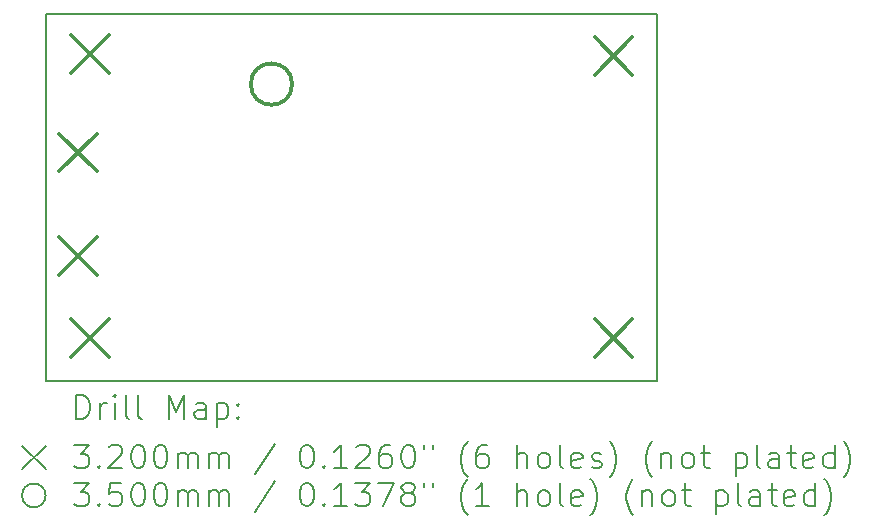
<source format=gbr>
%TF.GenerationSoftware,KiCad,Pcbnew,7.0.9*%
%TF.CreationDate,2023-11-12T11:40:15+01:00*%
%TF.ProjectId,CO2-PwrSupply,434f322d-5077-4725-9375-70706c792e6b,1.1*%
%TF.SameCoordinates,Original*%
%TF.FileFunction,Drillmap*%
%TF.FilePolarity,Positive*%
%FSLAX45Y45*%
G04 Gerber Fmt 4.5, Leading zero omitted, Abs format (unit mm)*
G04 Created by KiCad (PCBNEW 7.0.9) date 2023-11-12 11:40:15*
%MOMM*%
%LPD*%
G01*
G04 APERTURE LIST*
%ADD10C,0.150000*%
%ADD11C,0.200000*%
%ADD12C,0.320000*%
%ADD13C,0.350000*%
G04 APERTURE END LIST*
D10*
X4330700Y-1955800D02*
X9499600Y-1955800D01*
X9499600Y-5067300D01*
X4330700Y-5067300D01*
X4330700Y-1955800D01*
D11*
D12*
X4438900Y-2971500D02*
X4758900Y-3291500D01*
X4758900Y-2971500D02*
X4438900Y-3291500D01*
X4438900Y-3847800D02*
X4758900Y-4167800D01*
X4758900Y-3847800D02*
X4438900Y-4167800D01*
X4539000Y-2138700D02*
X4859000Y-2458700D01*
X4859000Y-2138700D02*
X4539000Y-2458700D01*
X4539000Y-4539000D02*
X4859000Y-4859000D01*
X4859000Y-4539000D02*
X4539000Y-4859000D01*
X8971300Y-2151400D02*
X9291300Y-2471400D01*
X9291300Y-2151400D02*
X8971300Y-2471400D01*
X8971300Y-4539000D02*
X9291300Y-4859000D01*
X9291300Y-4539000D02*
X8971300Y-4859000D01*
D13*
X6410700Y-2552700D02*
G75*
G03*
X6410700Y-2552700I-175000J0D01*
G01*
D11*
X4583977Y-5386284D02*
X4583977Y-5186284D01*
X4583977Y-5186284D02*
X4631596Y-5186284D01*
X4631596Y-5186284D02*
X4660167Y-5195808D01*
X4660167Y-5195808D02*
X4679215Y-5214855D01*
X4679215Y-5214855D02*
X4688739Y-5233903D01*
X4688739Y-5233903D02*
X4698263Y-5271998D01*
X4698263Y-5271998D02*
X4698263Y-5300570D01*
X4698263Y-5300570D02*
X4688739Y-5338665D01*
X4688739Y-5338665D02*
X4679215Y-5357712D01*
X4679215Y-5357712D02*
X4660167Y-5376760D01*
X4660167Y-5376760D02*
X4631596Y-5386284D01*
X4631596Y-5386284D02*
X4583977Y-5386284D01*
X4783977Y-5386284D02*
X4783977Y-5252950D01*
X4783977Y-5291046D02*
X4793501Y-5271998D01*
X4793501Y-5271998D02*
X4803024Y-5262474D01*
X4803024Y-5262474D02*
X4822072Y-5252950D01*
X4822072Y-5252950D02*
X4841120Y-5252950D01*
X4907786Y-5386284D02*
X4907786Y-5252950D01*
X4907786Y-5186284D02*
X4898263Y-5195808D01*
X4898263Y-5195808D02*
X4907786Y-5205331D01*
X4907786Y-5205331D02*
X4917310Y-5195808D01*
X4917310Y-5195808D02*
X4907786Y-5186284D01*
X4907786Y-5186284D02*
X4907786Y-5205331D01*
X5031596Y-5386284D02*
X5012548Y-5376760D01*
X5012548Y-5376760D02*
X5003024Y-5357712D01*
X5003024Y-5357712D02*
X5003024Y-5186284D01*
X5136358Y-5386284D02*
X5117310Y-5376760D01*
X5117310Y-5376760D02*
X5107786Y-5357712D01*
X5107786Y-5357712D02*
X5107786Y-5186284D01*
X5364929Y-5386284D02*
X5364929Y-5186284D01*
X5364929Y-5186284D02*
X5431596Y-5329141D01*
X5431596Y-5329141D02*
X5498263Y-5186284D01*
X5498263Y-5186284D02*
X5498263Y-5386284D01*
X5679215Y-5386284D02*
X5679215Y-5281522D01*
X5679215Y-5281522D02*
X5669691Y-5262474D01*
X5669691Y-5262474D02*
X5650643Y-5252950D01*
X5650643Y-5252950D02*
X5612548Y-5252950D01*
X5612548Y-5252950D02*
X5593501Y-5262474D01*
X5679215Y-5376760D02*
X5660167Y-5386284D01*
X5660167Y-5386284D02*
X5612548Y-5386284D01*
X5612548Y-5386284D02*
X5593501Y-5376760D01*
X5593501Y-5376760D02*
X5583977Y-5357712D01*
X5583977Y-5357712D02*
X5583977Y-5338665D01*
X5583977Y-5338665D02*
X5593501Y-5319617D01*
X5593501Y-5319617D02*
X5612548Y-5310093D01*
X5612548Y-5310093D02*
X5660167Y-5310093D01*
X5660167Y-5310093D02*
X5679215Y-5300570D01*
X5774453Y-5252950D02*
X5774453Y-5452950D01*
X5774453Y-5262474D02*
X5793501Y-5252950D01*
X5793501Y-5252950D02*
X5831596Y-5252950D01*
X5831596Y-5252950D02*
X5850643Y-5262474D01*
X5850643Y-5262474D02*
X5860167Y-5271998D01*
X5860167Y-5271998D02*
X5869691Y-5291046D01*
X5869691Y-5291046D02*
X5869691Y-5348189D01*
X5869691Y-5348189D02*
X5860167Y-5367236D01*
X5860167Y-5367236D02*
X5850643Y-5376760D01*
X5850643Y-5376760D02*
X5831596Y-5386284D01*
X5831596Y-5386284D02*
X5793501Y-5386284D01*
X5793501Y-5386284D02*
X5774453Y-5376760D01*
X5955405Y-5367236D02*
X5964929Y-5376760D01*
X5964929Y-5376760D02*
X5955405Y-5386284D01*
X5955405Y-5386284D02*
X5945882Y-5376760D01*
X5945882Y-5376760D02*
X5955405Y-5367236D01*
X5955405Y-5367236D02*
X5955405Y-5386284D01*
X5955405Y-5262474D02*
X5964929Y-5271998D01*
X5964929Y-5271998D02*
X5955405Y-5281522D01*
X5955405Y-5281522D02*
X5945882Y-5271998D01*
X5945882Y-5271998D02*
X5955405Y-5262474D01*
X5955405Y-5262474D02*
X5955405Y-5281522D01*
X4123200Y-5614800D02*
X4323200Y-5814800D01*
X4323200Y-5614800D02*
X4123200Y-5814800D01*
X4564929Y-5606284D02*
X4688739Y-5606284D01*
X4688739Y-5606284D02*
X4622072Y-5682474D01*
X4622072Y-5682474D02*
X4650644Y-5682474D01*
X4650644Y-5682474D02*
X4669691Y-5691998D01*
X4669691Y-5691998D02*
X4679215Y-5701522D01*
X4679215Y-5701522D02*
X4688739Y-5720569D01*
X4688739Y-5720569D02*
X4688739Y-5768188D01*
X4688739Y-5768188D02*
X4679215Y-5787236D01*
X4679215Y-5787236D02*
X4669691Y-5796760D01*
X4669691Y-5796760D02*
X4650644Y-5806284D01*
X4650644Y-5806284D02*
X4593501Y-5806284D01*
X4593501Y-5806284D02*
X4574453Y-5796760D01*
X4574453Y-5796760D02*
X4564929Y-5787236D01*
X4774453Y-5787236D02*
X4783977Y-5796760D01*
X4783977Y-5796760D02*
X4774453Y-5806284D01*
X4774453Y-5806284D02*
X4764929Y-5796760D01*
X4764929Y-5796760D02*
X4774453Y-5787236D01*
X4774453Y-5787236D02*
X4774453Y-5806284D01*
X4860167Y-5625331D02*
X4869691Y-5615808D01*
X4869691Y-5615808D02*
X4888739Y-5606284D01*
X4888739Y-5606284D02*
X4936358Y-5606284D01*
X4936358Y-5606284D02*
X4955405Y-5615808D01*
X4955405Y-5615808D02*
X4964929Y-5625331D01*
X4964929Y-5625331D02*
X4974453Y-5644379D01*
X4974453Y-5644379D02*
X4974453Y-5663427D01*
X4974453Y-5663427D02*
X4964929Y-5691998D01*
X4964929Y-5691998D02*
X4850644Y-5806284D01*
X4850644Y-5806284D02*
X4974453Y-5806284D01*
X5098263Y-5606284D02*
X5117310Y-5606284D01*
X5117310Y-5606284D02*
X5136358Y-5615808D01*
X5136358Y-5615808D02*
X5145882Y-5625331D01*
X5145882Y-5625331D02*
X5155405Y-5644379D01*
X5155405Y-5644379D02*
X5164929Y-5682474D01*
X5164929Y-5682474D02*
X5164929Y-5730093D01*
X5164929Y-5730093D02*
X5155405Y-5768188D01*
X5155405Y-5768188D02*
X5145882Y-5787236D01*
X5145882Y-5787236D02*
X5136358Y-5796760D01*
X5136358Y-5796760D02*
X5117310Y-5806284D01*
X5117310Y-5806284D02*
X5098263Y-5806284D01*
X5098263Y-5806284D02*
X5079215Y-5796760D01*
X5079215Y-5796760D02*
X5069691Y-5787236D01*
X5069691Y-5787236D02*
X5060167Y-5768188D01*
X5060167Y-5768188D02*
X5050644Y-5730093D01*
X5050644Y-5730093D02*
X5050644Y-5682474D01*
X5050644Y-5682474D02*
X5060167Y-5644379D01*
X5060167Y-5644379D02*
X5069691Y-5625331D01*
X5069691Y-5625331D02*
X5079215Y-5615808D01*
X5079215Y-5615808D02*
X5098263Y-5606284D01*
X5288739Y-5606284D02*
X5307786Y-5606284D01*
X5307786Y-5606284D02*
X5326834Y-5615808D01*
X5326834Y-5615808D02*
X5336358Y-5625331D01*
X5336358Y-5625331D02*
X5345882Y-5644379D01*
X5345882Y-5644379D02*
X5355405Y-5682474D01*
X5355405Y-5682474D02*
X5355405Y-5730093D01*
X5355405Y-5730093D02*
X5345882Y-5768188D01*
X5345882Y-5768188D02*
X5336358Y-5787236D01*
X5336358Y-5787236D02*
X5326834Y-5796760D01*
X5326834Y-5796760D02*
X5307786Y-5806284D01*
X5307786Y-5806284D02*
X5288739Y-5806284D01*
X5288739Y-5806284D02*
X5269691Y-5796760D01*
X5269691Y-5796760D02*
X5260167Y-5787236D01*
X5260167Y-5787236D02*
X5250644Y-5768188D01*
X5250644Y-5768188D02*
X5241120Y-5730093D01*
X5241120Y-5730093D02*
X5241120Y-5682474D01*
X5241120Y-5682474D02*
X5250644Y-5644379D01*
X5250644Y-5644379D02*
X5260167Y-5625331D01*
X5260167Y-5625331D02*
X5269691Y-5615808D01*
X5269691Y-5615808D02*
X5288739Y-5606284D01*
X5441120Y-5806284D02*
X5441120Y-5672950D01*
X5441120Y-5691998D02*
X5450644Y-5682474D01*
X5450644Y-5682474D02*
X5469691Y-5672950D01*
X5469691Y-5672950D02*
X5498263Y-5672950D01*
X5498263Y-5672950D02*
X5517310Y-5682474D01*
X5517310Y-5682474D02*
X5526834Y-5701522D01*
X5526834Y-5701522D02*
X5526834Y-5806284D01*
X5526834Y-5701522D02*
X5536358Y-5682474D01*
X5536358Y-5682474D02*
X5555405Y-5672950D01*
X5555405Y-5672950D02*
X5583977Y-5672950D01*
X5583977Y-5672950D02*
X5603024Y-5682474D01*
X5603024Y-5682474D02*
X5612548Y-5701522D01*
X5612548Y-5701522D02*
X5612548Y-5806284D01*
X5707786Y-5806284D02*
X5707786Y-5672950D01*
X5707786Y-5691998D02*
X5717310Y-5682474D01*
X5717310Y-5682474D02*
X5736358Y-5672950D01*
X5736358Y-5672950D02*
X5764929Y-5672950D01*
X5764929Y-5672950D02*
X5783977Y-5682474D01*
X5783977Y-5682474D02*
X5793501Y-5701522D01*
X5793501Y-5701522D02*
X5793501Y-5806284D01*
X5793501Y-5701522D02*
X5803024Y-5682474D01*
X5803024Y-5682474D02*
X5822072Y-5672950D01*
X5822072Y-5672950D02*
X5850643Y-5672950D01*
X5850643Y-5672950D02*
X5869691Y-5682474D01*
X5869691Y-5682474D02*
X5879215Y-5701522D01*
X5879215Y-5701522D02*
X5879215Y-5806284D01*
X6269691Y-5596760D02*
X6098263Y-5853903D01*
X6526834Y-5606284D02*
X6545882Y-5606284D01*
X6545882Y-5606284D02*
X6564929Y-5615808D01*
X6564929Y-5615808D02*
X6574453Y-5625331D01*
X6574453Y-5625331D02*
X6583977Y-5644379D01*
X6583977Y-5644379D02*
X6593501Y-5682474D01*
X6593501Y-5682474D02*
X6593501Y-5730093D01*
X6593501Y-5730093D02*
X6583977Y-5768188D01*
X6583977Y-5768188D02*
X6574453Y-5787236D01*
X6574453Y-5787236D02*
X6564929Y-5796760D01*
X6564929Y-5796760D02*
X6545882Y-5806284D01*
X6545882Y-5806284D02*
X6526834Y-5806284D01*
X6526834Y-5806284D02*
X6507786Y-5796760D01*
X6507786Y-5796760D02*
X6498263Y-5787236D01*
X6498263Y-5787236D02*
X6488739Y-5768188D01*
X6488739Y-5768188D02*
X6479215Y-5730093D01*
X6479215Y-5730093D02*
X6479215Y-5682474D01*
X6479215Y-5682474D02*
X6488739Y-5644379D01*
X6488739Y-5644379D02*
X6498263Y-5625331D01*
X6498263Y-5625331D02*
X6507786Y-5615808D01*
X6507786Y-5615808D02*
X6526834Y-5606284D01*
X6679215Y-5787236D02*
X6688739Y-5796760D01*
X6688739Y-5796760D02*
X6679215Y-5806284D01*
X6679215Y-5806284D02*
X6669691Y-5796760D01*
X6669691Y-5796760D02*
X6679215Y-5787236D01*
X6679215Y-5787236D02*
X6679215Y-5806284D01*
X6879215Y-5806284D02*
X6764929Y-5806284D01*
X6822072Y-5806284D02*
X6822072Y-5606284D01*
X6822072Y-5606284D02*
X6803025Y-5634855D01*
X6803025Y-5634855D02*
X6783977Y-5653903D01*
X6783977Y-5653903D02*
X6764929Y-5663427D01*
X6955406Y-5625331D02*
X6964929Y-5615808D01*
X6964929Y-5615808D02*
X6983977Y-5606284D01*
X6983977Y-5606284D02*
X7031596Y-5606284D01*
X7031596Y-5606284D02*
X7050644Y-5615808D01*
X7050644Y-5615808D02*
X7060167Y-5625331D01*
X7060167Y-5625331D02*
X7069691Y-5644379D01*
X7069691Y-5644379D02*
X7069691Y-5663427D01*
X7069691Y-5663427D02*
X7060167Y-5691998D01*
X7060167Y-5691998D02*
X6945882Y-5806284D01*
X6945882Y-5806284D02*
X7069691Y-5806284D01*
X7241120Y-5606284D02*
X7203025Y-5606284D01*
X7203025Y-5606284D02*
X7183977Y-5615808D01*
X7183977Y-5615808D02*
X7174453Y-5625331D01*
X7174453Y-5625331D02*
X7155406Y-5653903D01*
X7155406Y-5653903D02*
X7145882Y-5691998D01*
X7145882Y-5691998D02*
X7145882Y-5768188D01*
X7145882Y-5768188D02*
X7155406Y-5787236D01*
X7155406Y-5787236D02*
X7164929Y-5796760D01*
X7164929Y-5796760D02*
X7183977Y-5806284D01*
X7183977Y-5806284D02*
X7222072Y-5806284D01*
X7222072Y-5806284D02*
X7241120Y-5796760D01*
X7241120Y-5796760D02*
X7250644Y-5787236D01*
X7250644Y-5787236D02*
X7260167Y-5768188D01*
X7260167Y-5768188D02*
X7260167Y-5720569D01*
X7260167Y-5720569D02*
X7250644Y-5701522D01*
X7250644Y-5701522D02*
X7241120Y-5691998D01*
X7241120Y-5691998D02*
X7222072Y-5682474D01*
X7222072Y-5682474D02*
X7183977Y-5682474D01*
X7183977Y-5682474D02*
X7164929Y-5691998D01*
X7164929Y-5691998D02*
X7155406Y-5701522D01*
X7155406Y-5701522D02*
X7145882Y-5720569D01*
X7383977Y-5606284D02*
X7403025Y-5606284D01*
X7403025Y-5606284D02*
X7422072Y-5615808D01*
X7422072Y-5615808D02*
X7431596Y-5625331D01*
X7431596Y-5625331D02*
X7441120Y-5644379D01*
X7441120Y-5644379D02*
X7450644Y-5682474D01*
X7450644Y-5682474D02*
X7450644Y-5730093D01*
X7450644Y-5730093D02*
X7441120Y-5768188D01*
X7441120Y-5768188D02*
X7431596Y-5787236D01*
X7431596Y-5787236D02*
X7422072Y-5796760D01*
X7422072Y-5796760D02*
X7403025Y-5806284D01*
X7403025Y-5806284D02*
X7383977Y-5806284D01*
X7383977Y-5806284D02*
X7364929Y-5796760D01*
X7364929Y-5796760D02*
X7355406Y-5787236D01*
X7355406Y-5787236D02*
X7345882Y-5768188D01*
X7345882Y-5768188D02*
X7336358Y-5730093D01*
X7336358Y-5730093D02*
X7336358Y-5682474D01*
X7336358Y-5682474D02*
X7345882Y-5644379D01*
X7345882Y-5644379D02*
X7355406Y-5625331D01*
X7355406Y-5625331D02*
X7364929Y-5615808D01*
X7364929Y-5615808D02*
X7383977Y-5606284D01*
X7526834Y-5606284D02*
X7526834Y-5644379D01*
X7603025Y-5606284D02*
X7603025Y-5644379D01*
X7898263Y-5882474D02*
X7888739Y-5872950D01*
X7888739Y-5872950D02*
X7869691Y-5844379D01*
X7869691Y-5844379D02*
X7860168Y-5825331D01*
X7860168Y-5825331D02*
X7850644Y-5796760D01*
X7850644Y-5796760D02*
X7841120Y-5749141D01*
X7841120Y-5749141D02*
X7841120Y-5711046D01*
X7841120Y-5711046D02*
X7850644Y-5663427D01*
X7850644Y-5663427D02*
X7860168Y-5634855D01*
X7860168Y-5634855D02*
X7869691Y-5615808D01*
X7869691Y-5615808D02*
X7888739Y-5587236D01*
X7888739Y-5587236D02*
X7898263Y-5577712D01*
X8060168Y-5606284D02*
X8022072Y-5606284D01*
X8022072Y-5606284D02*
X8003025Y-5615808D01*
X8003025Y-5615808D02*
X7993501Y-5625331D01*
X7993501Y-5625331D02*
X7974453Y-5653903D01*
X7974453Y-5653903D02*
X7964929Y-5691998D01*
X7964929Y-5691998D02*
X7964929Y-5768188D01*
X7964929Y-5768188D02*
X7974453Y-5787236D01*
X7974453Y-5787236D02*
X7983977Y-5796760D01*
X7983977Y-5796760D02*
X8003025Y-5806284D01*
X8003025Y-5806284D02*
X8041120Y-5806284D01*
X8041120Y-5806284D02*
X8060168Y-5796760D01*
X8060168Y-5796760D02*
X8069691Y-5787236D01*
X8069691Y-5787236D02*
X8079215Y-5768188D01*
X8079215Y-5768188D02*
X8079215Y-5720569D01*
X8079215Y-5720569D02*
X8069691Y-5701522D01*
X8069691Y-5701522D02*
X8060168Y-5691998D01*
X8060168Y-5691998D02*
X8041120Y-5682474D01*
X8041120Y-5682474D02*
X8003025Y-5682474D01*
X8003025Y-5682474D02*
X7983977Y-5691998D01*
X7983977Y-5691998D02*
X7974453Y-5701522D01*
X7974453Y-5701522D02*
X7964929Y-5720569D01*
X8317310Y-5806284D02*
X8317310Y-5606284D01*
X8403025Y-5806284D02*
X8403025Y-5701522D01*
X8403025Y-5701522D02*
X8393501Y-5682474D01*
X8393501Y-5682474D02*
X8374453Y-5672950D01*
X8374453Y-5672950D02*
X8345882Y-5672950D01*
X8345882Y-5672950D02*
X8326834Y-5682474D01*
X8326834Y-5682474D02*
X8317310Y-5691998D01*
X8526834Y-5806284D02*
X8507787Y-5796760D01*
X8507787Y-5796760D02*
X8498263Y-5787236D01*
X8498263Y-5787236D02*
X8488739Y-5768188D01*
X8488739Y-5768188D02*
X8488739Y-5711046D01*
X8488739Y-5711046D02*
X8498263Y-5691998D01*
X8498263Y-5691998D02*
X8507787Y-5682474D01*
X8507787Y-5682474D02*
X8526834Y-5672950D01*
X8526834Y-5672950D02*
X8555406Y-5672950D01*
X8555406Y-5672950D02*
X8574453Y-5682474D01*
X8574453Y-5682474D02*
X8583977Y-5691998D01*
X8583977Y-5691998D02*
X8593501Y-5711046D01*
X8593501Y-5711046D02*
X8593501Y-5768188D01*
X8593501Y-5768188D02*
X8583977Y-5787236D01*
X8583977Y-5787236D02*
X8574453Y-5796760D01*
X8574453Y-5796760D02*
X8555406Y-5806284D01*
X8555406Y-5806284D02*
X8526834Y-5806284D01*
X8707787Y-5806284D02*
X8688739Y-5796760D01*
X8688739Y-5796760D02*
X8679215Y-5777712D01*
X8679215Y-5777712D02*
X8679215Y-5606284D01*
X8860168Y-5796760D02*
X8841120Y-5806284D01*
X8841120Y-5806284D02*
X8803025Y-5806284D01*
X8803025Y-5806284D02*
X8783977Y-5796760D01*
X8783977Y-5796760D02*
X8774453Y-5777712D01*
X8774453Y-5777712D02*
X8774453Y-5701522D01*
X8774453Y-5701522D02*
X8783977Y-5682474D01*
X8783977Y-5682474D02*
X8803025Y-5672950D01*
X8803025Y-5672950D02*
X8841120Y-5672950D01*
X8841120Y-5672950D02*
X8860168Y-5682474D01*
X8860168Y-5682474D02*
X8869692Y-5701522D01*
X8869692Y-5701522D02*
X8869692Y-5720569D01*
X8869692Y-5720569D02*
X8774453Y-5739617D01*
X8945882Y-5796760D02*
X8964930Y-5806284D01*
X8964930Y-5806284D02*
X9003025Y-5806284D01*
X9003025Y-5806284D02*
X9022073Y-5796760D01*
X9022073Y-5796760D02*
X9031596Y-5777712D01*
X9031596Y-5777712D02*
X9031596Y-5768188D01*
X9031596Y-5768188D02*
X9022073Y-5749141D01*
X9022073Y-5749141D02*
X9003025Y-5739617D01*
X9003025Y-5739617D02*
X8974453Y-5739617D01*
X8974453Y-5739617D02*
X8955406Y-5730093D01*
X8955406Y-5730093D02*
X8945882Y-5711046D01*
X8945882Y-5711046D02*
X8945882Y-5701522D01*
X8945882Y-5701522D02*
X8955406Y-5682474D01*
X8955406Y-5682474D02*
X8974453Y-5672950D01*
X8974453Y-5672950D02*
X9003025Y-5672950D01*
X9003025Y-5672950D02*
X9022073Y-5682474D01*
X9098263Y-5882474D02*
X9107787Y-5872950D01*
X9107787Y-5872950D02*
X9126834Y-5844379D01*
X9126834Y-5844379D02*
X9136358Y-5825331D01*
X9136358Y-5825331D02*
X9145882Y-5796760D01*
X9145882Y-5796760D02*
X9155406Y-5749141D01*
X9155406Y-5749141D02*
X9155406Y-5711046D01*
X9155406Y-5711046D02*
X9145882Y-5663427D01*
X9145882Y-5663427D02*
X9136358Y-5634855D01*
X9136358Y-5634855D02*
X9126834Y-5615808D01*
X9126834Y-5615808D02*
X9107787Y-5587236D01*
X9107787Y-5587236D02*
X9098263Y-5577712D01*
X9460168Y-5882474D02*
X9450644Y-5872950D01*
X9450644Y-5872950D02*
X9431596Y-5844379D01*
X9431596Y-5844379D02*
X9422073Y-5825331D01*
X9422073Y-5825331D02*
X9412549Y-5796760D01*
X9412549Y-5796760D02*
X9403025Y-5749141D01*
X9403025Y-5749141D02*
X9403025Y-5711046D01*
X9403025Y-5711046D02*
X9412549Y-5663427D01*
X9412549Y-5663427D02*
X9422073Y-5634855D01*
X9422073Y-5634855D02*
X9431596Y-5615808D01*
X9431596Y-5615808D02*
X9450644Y-5587236D01*
X9450644Y-5587236D02*
X9460168Y-5577712D01*
X9536358Y-5672950D02*
X9536358Y-5806284D01*
X9536358Y-5691998D02*
X9545882Y-5682474D01*
X9545882Y-5682474D02*
X9564930Y-5672950D01*
X9564930Y-5672950D02*
X9593501Y-5672950D01*
X9593501Y-5672950D02*
X9612549Y-5682474D01*
X9612549Y-5682474D02*
X9622073Y-5701522D01*
X9622073Y-5701522D02*
X9622073Y-5806284D01*
X9745882Y-5806284D02*
X9726834Y-5796760D01*
X9726834Y-5796760D02*
X9717311Y-5787236D01*
X9717311Y-5787236D02*
X9707787Y-5768188D01*
X9707787Y-5768188D02*
X9707787Y-5711046D01*
X9707787Y-5711046D02*
X9717311Y-5691998D01*
X9717311Y-5691998D02*
X9726834Y-5682474D01*
X9726834Y-5682474D02*
X9745882Y-5672950D01*
X9745882Y-5672950D02*
X9774454Y-5672950D01*
X9774454Y-5672950D02*
X9793501Y-5682474D01*
X9793501Y-5682474D02*
X9803025Y-5691998D01*
X9803025Y-5691998D02*
X9812549Y-5711046D01*
X9812549Y-5711046D02*
X9812549Y-5768188D01*
X9812549Y-5768188D02*
X9803025Y-5787236D01*
X9803025Y-5787236D02*
X9793501Y-5796760D01*
X9793501Y-5796760D02*
X9774454Y-5806284D01*
X9774454Y-5806284D02*
X9745882Y-5806284D01*
X9869692Y-5672950D02*
X9945882Y-5672950D01*
X9898263Y-5606284D02*
X9898263Y-5777712D01*
X9898263Y-5777712D02*
X9907787Y-5796760D01*
X9907787Y-5796760D02*
X9926834Y-5806284D01*
X9926834Y-5806284D02*
X9945882Y-5806284D01*
X10164930Y-5672950D02*
X10164930Y-5872950D01*
X10164930Y-5682474D02*
X10183977Y-5672950D01*
X10183977Y-5672950D02*
X10222073Y-5672950D01*
X10222073Y-5672950D02*
X10241120Y-5682474D01*
X10241120Y-5682474D02*
X10250644Y-5691998D01*
X10250644Y-5691998D02*
X10260168Y-5711046D01*
X10260168Y-5711046D02*
X10260168Y-5768188D01*
X10260168Y-5768188D02*
X10250644Y-5787236D01*
X10250644Y-5787236D02*
X10241120Y-5796760D01*
X10241120Y-5796760D02*
X10222073Y-5806284D01*
X10222073Y-5806284D02*
X10183977Y-5806284D01*
X10183977Y-5806284D02*
X10164930Y-5796760D01*
X10374454Y-5806284D02*
X10355406Y-5796760D01*
X10355406Y-5796760D02*
X10345882Y-5777712D01*
X10345882Y-5777712D02*
X10345882Y-5606284D01*
X10536358Y-5806284D02*
X10536358Y-5701522D01*
X10536358Y-5701522D02*
X10526835Y-5682474D01*
X10526835Y-5682474D02*
X10507787Y-5672950D01*
X10507787Y-5672950D02*
X10469692Y-5672950D01*
X10469692Y-5672950D02*
X10450644Y-5682474D01*
X10536358Y-5796760D02*
X10517311Y-5806284D01*
X10517311Y-5806284D02*
X10469692Y-5806284D01*
X10469692Y-5806284D02*
X10450644Y-5796760D01*
X10450644Y-5796760D02*
X10441120Y-5777712D01*
X10441120Y-5777712D02*
X10441120Y-5758665D01*
X10441120Y-5758665D02*
X10450644Y-5739617D01*
X10450644Y-5739617D02*
X10469692Y-5730093D01*
X10469692Y-5730093D02*
X10517311Y-5730093D01*
X10517311Y-5730093D02*
X10536358Y-5720569D01*
X10603025Y-5672950D02*
X10679215Y-5672950D01*
X10631596Y-5606284D02*
X10631596Y-5777712D01*
X10631596Y-5777712D02*
X10641120Y-5796760D01*
X10641120Y-5796760D02*
X10660168Y-5806284D01*
X10660168Y-5806284D02*
X10679215Y-5806284D01*
X10822073Y-5796760D02*
X10803025Y-5806284D01*
X10803025Y-5806284D02*
X10764930Y-5806284D01*
X10764930Y-5806284D02*
X10745882Y-5796760D01*
X10745882Y-5796760D02*
X10736358Y-5777712D01*
X10736358Y-5777712D02*
X10736358Y-5701522D01*
X10736358Y-5701522D02*
X10745882Y-5682474D01*
X10745882Y-5682474D02*
X10764930Y-5672950D01*
X10764930Y-5672950D02*
X10803025Y-5672950D01*
X10803025Y-5672950D02*
X10822073Y-5682474D01*
X10822073Y-5682474D02*
X10831596Y-5701522D01*
X10831596Y-5701522D02*
X10831596Y-5720569D01*
X10831596Y-5720569D02*
X10736358Y-5739617D01*
X11003025Y-5806284D02*
X11003025Y-5606284D01*
X11003025Y-5796760D02*
X10983977Y-5806284D01*
X10983977Y-5806284D02*
X10945882Y-5806284D01*
X10945882Y-5806284D02*
X10926835Y-5796760D01*
X10926835Y-5796760D02*
X10917311Y-5787236D01*
X10917311Y-5787236D02*
X10907787Y-5768188D01*
X10907787Y-5768188D02*
X10907787Y-5711046D01*
X10907787Y-5711046D02*
X10917311Y-5691998D01*
X10917311Y-5691998D02*
X10926835Y-5682474D01*
X10926835Y-5682474D02*
X10945882Y-5672950D01*
X10945882Y-5672950D02*
X10983977Y-5672950D01*
X10983977Y-5672950D02*
X11003025Y-5682474D01*
X11079216Y-5882474D02*
X11088739Y-5872950D01*
X11088739Y-5872950D02*
X11107787Y-5844379D01*
X11107787Y-5844379D02*
X11117311Y-5825331D01*
X11117311Y-5825331D02*
X11126835Y-5796760D01*
X11126835Y-5796760D02*
X11136358Y-5749141D01*
X11136358Y-5749141D02*
X11136358Y-5711046D01*
X11136358Y-5711046D02*
X11126835Y-5663427D01*
X11126835Y-5663427D02*
X11117311Y-5634855D01*
X11117311Y-5634855D02*
X11107787Y-5615808D01*
X11107787Y-5615808D02*
X11088739Y-5587236D01*
X11088739Y-5587236D02*
X11079216Y-5577712D01*
X4323200Y-6034800D02*
G75*
G03*
X4323200Y-6034800I-100000J0D01*
G01*
X4564929Y-5926284D02*
X4688739Y-5926284D01*
X4688739Y-5926284D02*
X4622072Y-6002474D01*
X4622072Y-6002474D02*
X4650644Y-6002474D01*
X4650644Y-6002474D02*
X4669691Y-6011998D01*
X4669691Y-6011998D02*
X4679215Y-6021522D01*
X4679215Y-6021522D02*
X4688739Y-6040569D01*
X4688739Y-6040569D02*
X4688739Y-6088188D01*
X4688739Y-6088188D02*
X4679215Y-6107236D01*
X4679215Y-6107236D02*
X4669691Y-6116760D01*
X4669691Y-6116760D02*
X4650644Y-6126284D01*
X4650644Y-6126284D02*
X4593501Y-6126284D01*
X4593501Y-6126284D02*
X4574453Y-6116760D01*
X4574453Y-6116760D02*
X4564929Y-6107236D01*
X4774453Y-6107236D02*
X4783977Y-6116760D01*
X4783977Y-6116760D02*
X4774453Y-6126284D01*
X4774453Y-6126284D02*
X4764929Y-6116760D01*
X4764929Y-6116760D02*
X4774453Y-6107236D01*
X4774453Y-6107236D02*
X4774453Y-6126284D01*
X4964929Y-5926284D02*
X4869691Y-5926284D01*
X4869691Y-5926284D02*
X4860167Y-6021522D01*
X4860167Y-6021522D02*
X4869691Y-6011998D01*
X4869691Y-6011998D02*
X4888739Y-6002474D01*
X4888739Y-6002474D02*
X4936358Y-6002474D01*
X4936358Y-6002474D02*
X4955405Y-6011998D01*
X4955405Y-6011998D02*
X4964929Y-6021522D01*
X4964929Y-6021522D02*
X4974453Y-6040569D01*
X4974453Y-6040569D02*
X4974453Y-6088188D01*
X4974453Y-6088188D02*
X4964929Y-6107236D01*
X4964929Y-6107236D02*
X4955405Y-6116760D01*
X4955405Y-6116760D02*
X4936358Y-6126284D01*
X4936358Y-6126284D02*
X4888739Y-6126284D01*
X4888739Y-6126284D02*
X4869691Y-6116760D01*
X4869691Y-6116760D02*
X4860167Y-6107236D01*
X5098263Y-5926284D02*
X5117310Y-5926284D01*
X5117310Y-5926284D02*
X5136358Y-5935808D01*
X5136358Y-5935808D02*
X5145882Y-5945331D01*
X5145882Y-5945331D02*
X5155405Y-5964379D01*
X5155405Y-5964379D02*
X5164929Y-6002474D01*
X5164929Y-6002474D02*
X5164929Y-6050093D01*
X5164929Y-6050093D02*
X5155405Y-6088188D01*
X5155405Y-6088188D02*
X5145882Y-6107236D01*
X5145882Y-6107236D02*
X5136358Y-6116760D01*
X5136358Y-6116760D02*
X5117310Y-6126284D01*
X5117310Y-6126284D02*
X5098263Y-6126284D01*
X5098263Y-6126284D02*
X5079215Y-6116760D01*
X5079215Y-6116760D02*
X5069691Y-6107236D01*
X5069691Y-6107236D02*
X5060167Y-6088188D01*
X5060167Y-6088188D02*
X5050644Y-6050093D01*
X5050644Y-6050093D02*
X5050644Y-6002474D01*
X5050644Y-6002474D02*
X5060167Y-5964379D01*
X5060167Y-5964379D02*
X5069691Y-5945331D01*
X5069691Y-5945331D02*
X5079215Y-5935808D01*
X5079215Y-5935808D02*
X5098263Y-5926284D01*
X5288739Y-5926284D02*
X5307786Y-5926284D01*
X5307786Y-5926284D02*
X5326834Y-5935808D01*
X5326834Y-5935808D02*
X5336358Y-5945331D01*
X5336358Y-5945331D02*
X5345882Y-5964379D01*
X5345882Y-5964379D02*
X5355405Y-6002474D01*
X5355405Y-6002474D02*
X5355405Y-6050093D01*
X5355405Y-6050093D02*
X5345882Y-6088188D01*
X5345882Y-6088188D02*
X5336358Y-6107236D01*
X5336358Y-6107236D02*
X5326834Y-6116760D01*
X5326834Y-6116760D02*
X5307786Y-6126284D01*
X5307786Y-6126284D02*
X5288739Y-6126284D01*
X5288739Y-6126284D02*
X5269691Y-6116760D01*
X5269691Y-6116760D02*
X5260167Y-6107236D01*
X5260167Y-6107236D02*
X5250644Y-6088188D01*
X5250644Y-6088188D02*
X5241120Y-6050093D01*
X5241120Y-6050093D02*
X5241120Y-6002474D01*
X5241120Y-6002474D02*
X5250644Y-5964379D01*
X5250644Y-5964379D02*
X5260167Y-5945331D01*
X5260167Y-5945331D02*
X5269691Y-5935808D01*
X5269691Y-5935808D02*
X5288739Y-5926284D01*
X5441120Y-6126284D02*
X5441120Y-5992950D01*
X5441120Y-6011998D02*
X5450644Y-6002474D01*
X5450644Y-6002474D02*
X5469691Y-5992950D01*
X5469691Y-5992950D02*
X5498263Y-5992950D01*
X5498263Y-5992950D02*
X5517310Y-6002474D01*
X5517310Y-6002474D02*
X5526834Y-6021522D01*
X5526834Y-6021522D02*
X5526834Y-6126284D01*
X5526834Y-6021522D02*
X5536358Y-6002474D01*
X5536358Y-6002474D02*
X5555405Y-5992950D01*
X5555405Y-5992950D02*
X5583977Y-5992950D01*
X5583977Y-5992950D02*
X5603024Y-6002474D01*
X5603024Y-6002474D02*
X5612548Y-6021522D01*
X5612548Y-6021522D02*
X5612548Y-6126284D01*
X5707786Y-6126284D02*
X5707786Y-5992950D01*
X5707786Y-6011998D02*
X5717310Y-6002474D01*
X5717310Y-6002474D02*
X5736358Y-5992950D01*
X5736358Y-5992950D02*
X5764929Y-5992950D01*
X5764929Y-5992950D02*
X5783977Y-6002474D01*
X5783977Y-6002474D02*
X5793501Y-6021522D01*
X5793501Y-6021522D02*
X5793501Y-6126284D01*
X5793501Y-6021522D02*
X5803024Y-6002474D01*
X5803024Y-6002474D02*
X5822072Y-5992950D01*
X5822072Y-5992950D02*
X5850643Y-5992950D01*
X5850643Y-5992950D02*
X5869691Y-6002474D01*
X5869691Y-6002474D02*
X5879215Y-6021522D01*
X5879215Y-6021522D02*
X5879215Y-6126284D01*
X6269691Y-5916760D02*
X6098263Y-6173903D01*
X6526834Y-5926284D02*
X6545882Y-5926284D01*
X6545882Y-5926284D02*
X6564929Y-5935808D01*
X6564929Y-5935808D02*
X6574453Y-5945331D01*
X6574453Y-5945331D02*
X6583977Y-5964379D01*
X6583977Y-5964379D02*
X6593501Y-6002474D01*
X6593501Y-6002474D02*
X6593501Y-6050093D01*
X6593501Y-6050093D02*
X6583977Y-6088188D01*
X6583977Y-6088188D02*
X6574453Y-6107236D01*
X6574453Y-6107236D02*
X6564929Y-6116760D01*
X6564929Y-6116760D02*
X6545882Y-6126284D01*
X6545882Y-6126284D02*
X6526834Y-6126284D01*
X6526834Y-6126284D02*
X6507786Y-6116760D01*
X6507786Y-6116760D02*
X6498263Y-6107236D01*
X6498263Y-6107236D02*
X6488739Y-6088188D01*
X6488739Y-6088188D02*
X6479215Y-6050093D01*
X6479215Y-6050093D02*
X6479215Y-6002474D01*
X6479215Y-6002474D02*
X6488739Y-5964379D01*
X6488739Y-5964379D02*
X6498263Y-5945331D01*
X6498263Y-5945331D02*
X6507786Y-5935808D01*
X6507786Y-5935808D02*
X6526834Y-5926284D01*
X6679215Y-6107236D02*
X6688739Y-6116760D01*
X6688739Y-6116760D02*
X6679215Y-6126284D01*
X6679215Y-6126284D02*
X6669691Y-6116760D01*
X6669691Y-6116760D02*
X6679215Y-6107236D01*
X6679215Y-6107236D02*
X6679215Y-6126284D01*
X6879215Y-6126284D02*
X6764929Y-6126284D01*
X6822072Y-6126284D02*
X6822072Y-5926284D01*
X6822072Y-5926284D02*
X6803025Y-5954855D01*
X6803025Y-5954855D02*
X6783977Y-5973903D01*
X6783977Y-5973903D02*
X6764929Y-5983427D01*
X6945882Y-5926284D02*
X7069691Y-5926284D01*
X7069691Y-5926284D02*
X7003025Y-6002474D01*
X7003025Y-6002474D02*
X7031596Y-6002474D01*
X7031596Y-6002474D02*
X7050644Y-6011998D01*
X7050644Y-6011998D02*
X7060167Y-6021522D01*
X7060167Y-6021522D02*
X7069691Y-6040569D01*
X7069691Y-6040569D02*
X7069691Y-6088188D01*
X7069691Y-6088188D02*
X7060167Y-6107236D01*
X7060167Y-6107236D02*
X7050644Y-6116760D01*
X7050644Y-6116760D02*
X7031596Y-6126284D01*
X7031596Y-6126284D02*
X6974453Y-6126284D01*
X6974453Y-6126284D02*
X6955406Y-6116760D01*
X6955406Y-6116760D02*
X6945882Y-6107236D01*
X7136358Y-5926284D02*
X7269691Y-5926284D01*
X7269691Y-5926284D02*
X7183977Y-6126284D01*
X7374453Y-6011998D02*
X7355406Y-6002474D01*
X7355406Y-6002474D02*
X7345882Y-5992950D01*
X7345882Y-5992950D02*
X7336358Y-5973903D01*
X7336358Y-5973903D02*
X7336358Y-5964379D01*
X7336358Y-5964379D02*
X7345882Y-5945331D01*
X7345882Y-5945331D02*
X7355406Y-5935808D01*
X7355406Y-5935808D02*
X7374453Y-5926284D01*
X7374453Y-5926284D02*
X7412548Y-5926284D01*
X7412548Y-5926284D02*
X7431596Y-5935808D01*
X7431596Y-5935808D02*
X7441120Y-5945331D01*
X7441120Y-5945331D02*
X7450644Y-5964379D01*
X7450644Y-5964379D02*
X7450644Y-5973903D01*
X7450644Y-5973903D02*
X7441120Y-5992950D01*
X7441120Y-5992950D02*
X7431596Y-6002474D01*
X7431596Y-6002474D02*
X7412548Y-6011998D01*
X7412548Y-6011998D02*
X7374453Y-6011998D01*
X7374453Y-6011998D02*
X7355406Y-6021522D01*
X7355406Y-6021522D02*
X7345882Y-6031046D01*
X7345882Y-6031046D02*
X7336358Y-6050093D01*
X7336358Y-6050093D02*
X7336358Y-6088188D01*
X7336358Y-6088188D02*
X7345882Y-6107236D01*
X7345882Y-6107236D02*
X7355406Y-6116760D01*
X7355406Y-6116760D02*
X7374453Y-6126284D01*
X7374453Y-6126284D02*
X7412548Y-6126284D01*
X7412548Y-6126284D02*
X7431596Y-6116760D01*
X7431596Y-6116760D02*
X7441120Y-6107236D01*
X7441120Y-6107236D02*
X7450644Y-6088188D01*
X7450644Y-6088188D02*
X7450644Y-6050093D01*
X7450644Y-6050093D02*
X7441120Y-6031046D01*
X7441120Y-6031046D02*
X7431596Y-6021522D01*
X7431596Y-6021522D02*
X7412548Y-6011998D01*
X7526834Y-5926284D02*
X7526834Y-5964379D01*
X7603025Y-5926284D02*
X7603025Y-5964379D01*
X7898263Y-6202474D02*
X7888739Y-6192950D01*
X7888739Y-6192950D02*
X7869691Y-6164379D01*
X7869691Y-6164379D02*
X7860168Y-6145331D01*
X7860168Y-6145331D02*
X7850644Y-6116760D01*
X7850644Y-6116760D02*
X7841120Y-6069141D01*
X7841120Y-6069141D02*
X7841120Y-6031046D01*
X7841120Y-6031046D02*
X7850644Y-5983427D01*
X7850644Y-5983427D02*
X7860168Y-5954855D01*
X7860168Y-5954855D02*
X7869691Y-5935808D01*
X7869691Y-5935808D02*
X7888739Y-5907236D01*
X7888739Y-5907236D02*
X7898263Y-5897712D01*
X8079215Y-6126284D02*
X7964929Y-6126284D01*
X8022072Y-6126284D02*
X8022072Y-5926284D01*
X8022072Y-5926284D02*
X8003025Y-5954855D01*
X8003025Y-5954855D02*
X7983977Y-5973903D01*
X7983977Y-5973903D02*
X7964929Y-5983427D01*
X8317310Y-6126284D02*
X8317310Y-5926284D01*
X8403025Y-6126284D02*
X8403025Y-6021522D01*
X8403025Y-6021522D02*
X8393501Y-6002474D01*
X8393501Y-6002474D02*
X8374453Y-5992950D01*
X8374453Y-5992950D02*
X8345882Y-5992950D01*
X8345882Y-5992950D02*
X8326834Y-6002474D01*
X8326834Y-6002474D02*
X8317310Y-6011998D01*
X8526834Y-6126284D02*
X8507787Y-6116760D01*
X8507787Y-6116760D02*
X8498263Y-6107236D01*
X8498263Y-6107236D02*
X8488739Y-6088188D01*
X8488739Y-6088188D02*
X8488739Y-6031046D01*
X8488739Y-6031046D02*
X8498263Y-6011998D01*
X8498263Y-6011998D02*
X8507787Y-6002474D01*
X8507787Y-6002474D02*
X8526834Y-5992950D01*
X8526834Y-5992950D02*
X8555406Y-5992950D01*
X8555406Y-5992950D02*
X8574453Y-6002474D01*
X8574453Y-6002474D02*
X8583977Y-6011998D01*
X8583977Y-6011998D02*
X8593501Y-6031046D01*
X8593501Y-6031046D02*
X8593501Y-6088188D01*
X8593501Y-6088188D02*
X8583977Y-6107236D01*
X8583977Y-6107236D02*
X8574453Y-6116760D01*
X8574453Y-6116760D02*
X8555406Y-6126284D01*
X8555406Y-6126284D02*
X8526834Y-6126284D01*
X8707787Y-6126284D02*
X8688739Y-6116760D01*
X8688739Y-6116760D02*
X8679215Y-6097712D01*
X8679215Y-6097712D02*
X8679215Y-5926284D01*
X8860168Y-6116760D02*
X8841120Y-6126284D01*
X8841120Y-6126284D02*
X8803025Y-6126284D01*
X8803025Y-6126284D02*
X8783977Y-6116760D01*
X8783977Y-6116760D02*
X8774453Y-6097712D01*
X8774453Y-6097712D02*
X8774453Y-6021522D01*
X8774453Y-6021522D02*
X8783977Y-6002474D01*
X8783977Y-6002474D02*
X8803025Y-5992950D01*
X8803025Y-5992950D02*
X8841120Y-5992950D01*
X8841120Y-5992950D02*
X8860168Y-6002474D01*
X8860168Y-6002474D02*
X8869692Y-6021522D01*
X8869692Y-6021522D02*
X8869692Y-6040569D01*
X8869692Y-6040569D02*
X8774453Y-6059617D01*
X8936358Y-6202474D02*
X8945882Y-6192950D01*
X8945882Y-6192950D02*
X8964930Y-6164379D01*
X8964930Y-6164379D02*
X8974453Y-6145331D01*
X8974453Y-6145331D02*
X8983977Y-6116760D01*
X8983977Y-6116760D02*
X8993501Y-6069141D01*
X8993501Y-6069141D02*
X8993501Y-6031046D01*
X8993501Y-6031046D02*
X8983977Y-5983427D01*
X8983977Y-5983427D02*
X8974453Y-5954855D01*
X8974453Y-5954855D02*
X8964930Y-5935808D01*
X8964930Y-5935808D02*
X8945882Y-5907236D01*
X8945882Y-5907236D02*
X8936358Y-5897712D01*
X9298263Y-6202474D02*
X9288739Y-6192950D01*
X9288739Y-6192950D02*
X9269692Y-6164379D01*
X9269692Y-6164379D02*
X9260168Y-6145331D01*
X9260168Y-6145331D02*
X9250644Y-6116760D01*
X9250644Y-6116760D02*
X9241120Y-6069141D01*
X9241120Y-6069141D02*
X9241120Y-6031046D01*
X9241120Y-6031046D02*
X9250644Y-5983427D01*
X9250644Y-5983427D02*
X9260168Y-5954855D01*
X9260168Y-5954855D02*
X9269692Y-5935808D01*
X9269692Y-5935808D02*
X9288739Y-5907236D01*
X9288739Y-5907236D02*
X9298263Y-5897712D01*
X9374453Y-5992950D02*
X9374453Y-6126284D01*
X9374453Y-6011998D02*
X9383977Y-6002474D01*
X9383977Y-6002474D02*
X9403025Y-5992950D01*
X9403025Y-5992950D02*
X9431596Y-5992950D01*
X9431596Y-5992950D02*
X9450644Y-6002474D01*
X9450644Y-6002474D02*
X9460168Y-6021522D01*
X9460168Y-6021522D02*
X9460168Y-6126284D01*
X9583977Y-6126284D02*
X9564930Y-6116760D01*
X9564930Y-6116760D02*
X9555406Y-6107236D01*
X9555406Y-6107236D02*
X9545882Y-6088188D01*
X9545882Y-6088188D02*
X9545882Y-6031046D01*
X9545882Y-6031046D02*
X9555406Y-6011998D01*
X9555406Y-6011998D02*
X9564930Y-6002474D01*
X9564930Y-6002474D02*
X9583977Y-5992950D01*
X9583977Y-5992950D02*
X9612549Y-5992950D01*
X9612549Y-5992950D02*
X9631596Y-6002474D01*
X9631596Y-6002474D02*
X9641120Y-6011998D01*
X9641120Y-6011998D02*
X9650644Y-6031046D01*
X9650644Y-6031046D02*
X9650644Y-6088188D01*
X9650644Y-6088188D02*
X9641120Y-6107236D01*
X9641120Y-6107236D02*
X9631596Y-6116760D01*
X9631596Y-6116760D02*
X9612549Y-6126284D01*
X9612549Y-6126284D02*
X9583977Y-6126284D01*
X9707787Y-5992950D02*
X9783977Y-5992950D01*
X9736358Y-5926284D02*
X9736358Y-6097712D01*
X9736358Y-6097712D02*
X9745882Y-6116760D01*
X9745882Y-6116760D02*
X9764930Y-6126284D01*
X9764930Y-6126284D02*
X9783977Y-6126284D01*
X10003025Y-5992950D02*
X10003025Y-6192950D01*
X10003025Y-6002474D02*
X10022073Y-5992950D01*
X10022073Y-5992950D02*
X10060168Y-5992950D01*
X10060168Y-5992950D02*
X10079215Y-6002474D01*
X10079215Y-6002474D02*
X10088739Y-6011998D01*
X10088739Y-6011998D02*
X10098263Y-6031046D01*
X10098263Y-6031046D02*
X10098263Y-6088188D01*
X10098263Y-6088188D02*
X10088739Y-6107236D01*
X10088739Y-6107236D02*
X10079215Y-6116760D01*
X10079215Y-6116760D02*
X10060168Y-6126284D01*
X10060168Y-6126284D02*
X10022073Y-6126284D01*
X10022073Y-6126284D02*
X10003025Y-6116760D01*
X10212549Y-6126284D02*
X10193501Y-6116760D01*
X10193501Y-6116760D02*
X10183977Y-6097712D01*
X10183977Y-6097712D02*
X10183977Y-5926284D01*
X10374454Y-6126284D02*
X10374454Y-6021522D01*
X10374454Y-6021522D02*
X10364930Y-6002474D01*
X10364930Y-6002474D02*
X10345882Y-5992950D01*
X10345882Y-5992950D02*
X10307787Y-5992950D01*
X10307787Y-5992950D02*
X10288739Y-6002474D01*
X10374454Y-6116760D02*
X10355406Y-6126284D01*
X10355406Y-6126284D02*
X10307787Y-6126284D01*
X10307787Y-6126284D02*
X10288739Y-6116760D01*
X10288739Y-6116760D02*
X10279215Y-6097712D01*
X10279215Y-6097712D02*
X10279215Y-6078665D01*
X10279215Y-6078665D02*
X10288739Y-6059617D01*
X10288739Y-6059617D02*
X10307787Y-6050093D01*
X10307787Y-6050093D02*
X10355406Y-6050093D01*
X10355406Y-6050093D02*
X10374454Y-6040569D01*
X10441120Y-5992950D02*
X10517311Y-5992950D01*
X10469692Y-5926284D02*
X10469692Y-6097712D01*
X10469692Y-6097712D02*
X10479215Y-6116760D01*
X10479215Y-6116760D02*
X10498263Y-6126284D01*
X10498263Y-6126284D02*
X10517311Y-6126284D01*
X10660168Y-6116760D02*
X10641120Y-6126284D01*
X10641120Y-6126284D02*
X10603025Y-6126284D01*
X10603025Y-6126284D02*
X10583977Y-6116760D01*
X10583977Y-6116760D02*
X10574454Y-6097712D01*
X10574454Y-6097712D02*
X10574454Y-6021522D01*
X10574454Y-6021522D02*
X10583977Y-6002474D01*
X10583977Y-6002474D02*
X10603025Y-5992950D01*
X10603025Y-5992950D02*
X10641120Y-5992950D01*
X10641120Y-5992950D02*
X10660168Y-6002474D01*
X10660168Y-6002474D02*
X10669692Y-6021522D01*
X10669692Y-6021522D02*
X10669692Y-6040569D01*
X10669692Y-6040569D02*
X10574454Y-6059617D01*
X10841120Y-6126284D02*
X10841120Y-5926284D01*
X10841120Y-6116760D02*
X10822073Y-6126284D01*
X10822073Y-6126284D02*
X10783977Y-6126284D01*
X10783977Y-6126284D02*
X10764930Y-6116760D01*
X10764930Y-6116760D02*
X10755406Y-6107236D01*
X10755406Y-6107236D02*
X10745882Y-6088188D01*
X10745882Y-6088188D02*
X10745882Y-6031046D01*
X10745882Y-6031046D02*
X10755406Y-6011998D01*
X10755406Y-6011998D02*
X10764930Y-6002474D01*
X10764930Y-6002474D02*
X10783977Y-5992950D01*
X10783977Y-5992950D02*
X10822073Y-5992950D01*
X10822073Y-5992950D02*
X10841120Y-6002474D01*
X10917311Y-6202474D02*
X10926835Y-6192950D01*
X10926835Y-6192950D02*
X10945882Y-6164379D01*
X10945882Y-6164379D02*
X10955406Y-6145331D01*
X10955406Y-6145331D02*
X10964930Y-6116760D01*
X10964930Y-6116760D02*
X10974454Y-6069141D01*
X10974454Y-6069141D02*
X10974454Y-6031046D01*
X10974454Y-6031046D02*
X10964930Y-5983427D01*
X10964930Y-5983427D02*
X10955406Y-5954855D01*
X10955406Y-5954855D02*
X10945882Y-5935808D01*
X10945882Y-5935808D02*
X10926835Y-5907236D01*
X10926835Y-5907236D02*
X10917311Y-5897712D01*
M02*

</source>
